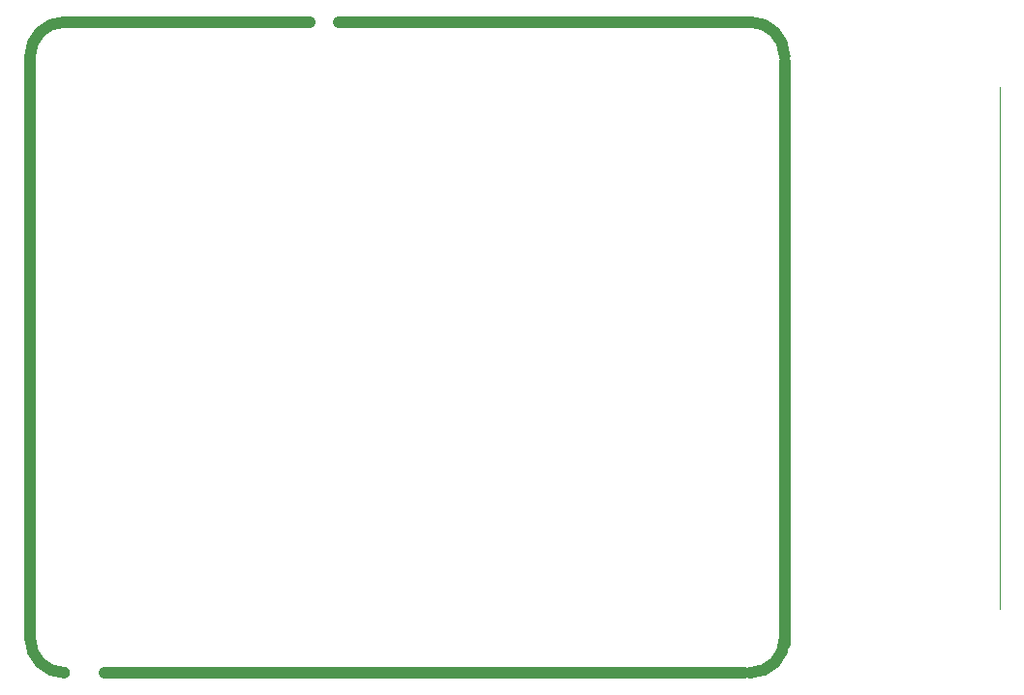
<source format=gbr>
G04 #@! TF.FileFunction,Profile,NP*
%FSLAX46Y46*%
G04 Gerber Fmt 4.6, Leading zero omitted, Abs format (unit mm)*
G04 Created by KiCad (PCBNEW (2015-01-16 BZR 5376)-product) date 3/31/2016 12:49:39 PM*
%MOMM*%
G01*
G04 APERTURE LIST*
%ADD10C,0.100000*%
%ADD11C,1.000000*%
G04 APERTURE END LIST*
D10*
D11*
X100000000Y-129000000D02*
X156000000Y-129000000D01*
X156500000Y-72000000D02*
X120500000Y-72000000D01*
X96500000Y-72000000D02*
X118000000Y-72000000D01*
X159500000Y-75000000D02*
G75*
G03X156500000Y-72000000I-3000000J0D01*
G01*
X156500000Y-129000000D02*
G75*
G03X159500000Y-126000000I0J3000000D01*
G01*
X93500000Y-126000000D02*
G75*
G03X96500000Y-129000000I3000000J0D01*
G01*
X159500000Y-75500000D02*
X159500000Y-126500000D01*
X96500000Y-72000000D02*
G75*
G03X93500000Y-75000000I0J-3000000D01*
G01*
X93500000Y-75000000D02*
X93500000Y-126000000D01*
D10*
X178308000Y-77724000D02*
X178308000Y-123444000D01*
M02*

</source>
